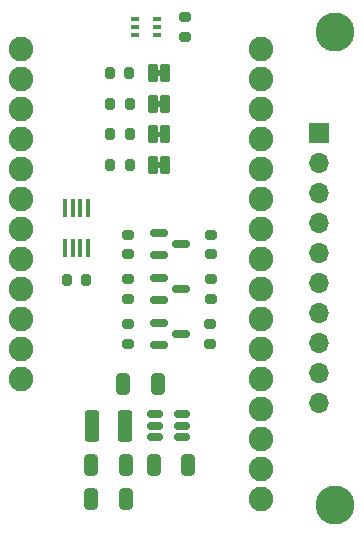
<source format=gbr>
%TF.GenerationSoftware,KiCad,Pcbnew,7.0.9*%
%TF.CreationDate,2024-02-09T11:23:59-05:00*%
%TF.ProjectId,BREAD_Loaf,42524541-445f-44c6-9f61-662e6b696361,rev?*%
%TF.SameCoordinates,PX2fdfdc0PY36746e0*%
%TF.FileFunction,Soldermask,Bot*%
%TF.FilePolarity,Negative*%
%FSLAX46Y46*%
G04 Gerber Fmt 4.6, Leading zero omitted, Abs format (unit mm)*
G04 Created by KiCad (PCBNEW 7.0.9) date 2024-02-09 11:23:59*
%MOMM*%
%LPD*%
G01*
G04 APERTURE LIST*
G04 Aperture macros list*
%AMRoundRect*
0 Rectangle with rounded corners*
0 $1 Rounding radius*
0 $2 $3 $4 $5 $6 $7 $8 $9 X,Y pos of 4 corners*
0 Add a 4 corners polygon primitive as box body*
4,1,4,$2,$3,$4,$5,$6,$7,$8,$9,$2,$3,0*
0 Add four circle primitives for the rounded corners*
1,1,$1+$1,$2,$3*
1,1,$1+$1,$4,$5*
1,1,$1+$1,$6,$7*
1,1,$1+$1,$8,$9*
0 Add four rect primitives between the rounded corners*
20,1,$1+$1,$2,$3,$4,$5,0*
20,1,$1+$1,$4,$5,$6,$7,0*
20,1,$1+$1,$6,$7,$8,$9,0*
20,1,$1+$1,$8,$9,$2,$3,0*%
G04 Aperture macros list end*
%ADD10C,2.082800*%
%ADD11C,3.302000*%
%ADD12R,1.700000X1.700000*%
%ADD13O,1.700000X1.700000*%
%ADD14RoundRect,0.101600X-0.330200X-0.635000X0.330200X-0.635000X0.330200X0.635000X-0.330200X0.635000X0*%
%ADD15RoundRect,0.200000X-0.275000X0.200000X-0.275000X-0.200000X0.275000X-0.200000X0.275000X0.200000X0*%
%ADD16RoundRect,0.150000X-0.587500X-0.150000X0.587500X-0.150000X0.587500X0.150000X-0.587500X0.150000X0*%
%ADD17RoundRect,0.200000X-0.200000X-0.275000X0.200000X-0.275000X0.200000X0.275000X-0.200000X0.275000X0*%
%ADD18RoundRect,0.250000X-0.325000X-0.650000X0.325000X-0.650000X0.325000X0.650000X-0.325000X0.650000X0*%
%ADD19RoundRect,0.250000X0.325000X0.650000X-0.325000X0.650000X-0.325000X-0.650000X0.325000X-0.650000X0*%
%ADD20RoundRect,0.150000X0.512500X0.150000X-0.512500X0.150000X-0.512500X-0.150000X0.512500X-0.150000X0*%
%ADD21R,0.650000X0.400000*%
%ADD22R,0.300000X1.600000*%
%ADD23RoundRect,0.200000X0.200000X0.275000X-0.200000X0.275000X-0.200000X-0.275000X0.200000X-0.275000X0*%
%ADD24RoundRect,0.250000X0.375000X1.075000X-0.375000X1.075000X-0.375000X-1.075000X0.375000X-1.075000X0*%
G04 APERTURE END LIST*
%TO.C,JP3*%
G36*
X16454000Y-30140500D02*
G01*
X15946000Y-30140500D01*
X15946000Y-29659500D01*
X16454000Y-29659500D01*
X16454000Y-30140500D01*
G37*
%TO.C,JP2*%
G36*
X16454000Y-27540500D02*
G01*
X15946000Y-27540500D01*
X15946000Y-27059500D01*
X16454000Y-27059500D01*
X16454000Y-27540500D01*
G37*
%TO.C,JP1*%
G36*
X16433300Y-24940500D02*
G01*
X15925300Y-24940500D01*
X15925300Y-24459500D01*
X16433300Y-24459500D01*
X16433300Y-24940500D01*
G37*
%TO.C,JP4*%
G36*
X16454000Y-32740500D02*
G01*
X15946000Y-32740500D01*
X15946000Y-32259500D01*
X16454000Y-32259500D01*
X16454000Y-32740500D01*
G37*
%TD*%
D10*
%TO.C,J2*%
X4500000Y-22650000D03*
X4500000Y-25190000D03*
X4500000Y-27730000D03*
X4500000Y-30270000D03*
X4500000Y-32810000D03*
X4500000Y-35350000D03*
X4500000Y-37890000D03*
X4500000Y-40430000D03*
X4500000Y-42970000D03*
X4500000Y-45510000D03*
X4500000Y-48050000D03*
X4500000Y-50590000D03*
X24820000Y-22650000D03*
X24820000Y-25190000D03*
X24820000Y-27730000D03*
X24820000Y-30270000D03*
X24820000Y-32810000D03*
X24820000Y-35350000D03*
X24820000Y-37890000D03*
X24820000Y-40430000D03*
X24820000Y-42970000D03*
X24820000Y-45510000D03*
X24820000Y-48050000D03*
X24820000Y-50590000D03*
X24820000Y-53130000D03*
X24820000Y-55670000D03*
X24820000Y-58210000D03*
X24820000Y-60750000D03*
%TD*%
D11*
%TO.C,ST2*%
X31100000Y-61250000D03*
%TD*%
%TO.C,ST1*%
X31100000Y-21250000D03*
%TD*%
D12*
%TO.C,J6*%
X29700000Y-29800000D03*
D13*
X29700000Y-32340000D03*
X29700000Y-34880000D03*
X29700000Y-37420000D03*
X29700000Y-39960000D03*
X29700000Y-42500000D03*
X29700000Y-45040000D03*
X29700000Y-47580000D03*
X29700000Y-50120000D03*
X29700000Y-52660000D03*
%TD*%
D14*
%TO.C,JP3*%
X15679300Y-29900000D03*
X16720700Y-29900000D03*
%TD*%
D15*
%TO.C,R5*%
X20600000Y-42175000D03*
X20600000Y-43825000D03*
%TD*%
D14*
%TO.C,JP2*%
X16720700Y-27300000D03*
X15679300Y-27300000D03*
%TD*%
%TO.C,JP1*%
X16700000Y-24700000D03*
X15658600Y-24700000D03*
%TD*%
D15*
%TO.C,R6*%
X20600000Y-40025000D03*
X20600000Y-38375000D03*
%TD*%
D16*
%TO.C,Q2*%
X16162500Y-43950000D03*
X16162500Y-42050000D03*
X18037500Y-43000000D03*
%TD*%
D17*
%TO.C,R12*%
X12075000Y-32500000D03*
X13725000Y-32500000D03*
%TD*%
D16*
%TO.C,Q3*%
X18037500Y-39200000D03*
X16162500Y-38250000D03*
X16162500Y-40150000D03*
%TD*%
D15*
%TO.C,R2*%
X13600000Y-42175000D03*
X13600000Y-43825000D03*
%TD*%
D17*
%TO.C,R11*%
X13725000Y-27300000D03*
X12075000Y-27300000D03*
%TD*%
D15*
%TO.C,R4*%
X20537500Y-45975000D03*
X20537500Y-47625000D03*
%TD*%
D17*
%TO.C,R9*%
X13683600Y-24700000D03*
X12033600Y-24700000D03*
%TD*%
D18*
%TO.C,C2*%
X13125000Y-51050000D03*
X16075000Y-51050000D03*
%TD*%
D15*
%TO.C,R3*%
X13600000Y-40025000D03*
X13600000Y-38375000D03*
%TD*%
D19*
%TO.C,C3*%
X13375000Y-57850000D03*
X10425000Y-57850000D03*
%TD*%
D18*
%TO.C,C1*%
X15725000Y-57850000D03*
X18675000Y-57850000D03*
%TD*%
D15*
%TO.C,R1*%
X13537500Y-45975000D03*
X13537500Y-47625000D03*
%TD*%
D19*
%TO.C,C4*%
X13375000Y-60750000D03*
X10425000Y-60750000D03*
%TD*%
D20*
%TO.C,U2*%
X18137500Y-53600000D03*
X18137500Y-54550000D03*
X18137500Y-55500000D03*
X15862500Y-55500000D03*
X15862500Y-54550000D03*
X15862500Y-53600000D03*
%TD*%
D21*
%TO.C,U1*%
X16050000Y-20150000D03*
X16050000Y-20800000D03*
X16050000Y-21450000D03*
X14150000Y-21450000D03*
X14150000Y-20800000D03*
X14150000Y-20150000D03*
%TD*%
D22*
%TO.C,U3*%
X8225000Y-36100000D03*
X8875000Y-36100000D03*
X9525000Y-36100000D03*
X10175000Y-36100000D03*
X10175000Y-39500000D03*
X9525000Y-39500000D03*
X8875000Y-39500000D03*
X8225000Y-39500000D03*
%TD*%
D14*
%TO.C,JP4*%
X15679300Y-32500000D03*
X16720700Y-32500000D03*
%TD*%
D15*
%TO.C,R7*%
X18400000Y-19975000D03*
X18400000Y-21625000D03*
%TD*%
D17*
%TO.C,R10*%
X12075000Y-29900000D03*
X13725000Y-29900000D03*
%TD*%
D23*
%TO.C,R8*%
X10025000Y-42200000D03*
X8375000Y-42200000D03*
%TD*%
D24*
%TO.C,L1*%
X13300000Y-54550000D03*
X10500000Y-54550000D03*
%TD*%
D16*
%TO.C,Q1*%
X16162500Y-47750000D03*
X16162500Y-45850000D03*
X18037500Y-46800000D03*
%TD*%
M02*

</source>
